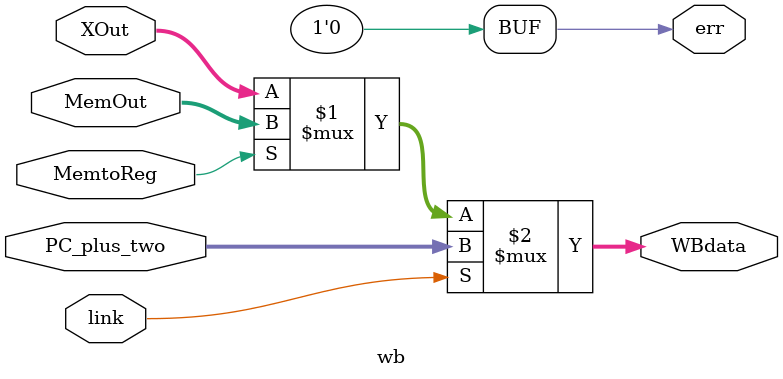
<source format=v>
/*
	CS/ECE 552 Spring '22

	Filename        : wb.v
	Description     : This is the module for the overall Write Back stage of the processor.
*/
module wb (
	// Outputs
	err, WBdata,
	// Inputs
	link, PC_plus_two, MemtoReg, MemOut, XOut
);
	input link;
	input [15:0] PC_plus_two;
	input MemtoReg;
	input [15:0] MemOut;
	input [15:0] XOut;
	
	output err;
	output [15:0] WBdata;
	
	// write back data to the register file
	assign WBdata = link ? PC_plus_two : (MemtoReg ? MemOut : XOut);
	
	/*
	// catch any input error
	assign err = (link === 1'bz) | (link === 1'bx) |
				 (MemtoReg === 1'bz) | (MemtoReg === 1'bx) |
				 (^PC_plus_two === 1'bz) | (^PC_plus_two === 1'bx) |
				 (^MemOut === 1'bz) | (^MemOut === 1'bx);
	*/
	assign err = 1'b0;			// for synthesis
	
endmodule

</source>
